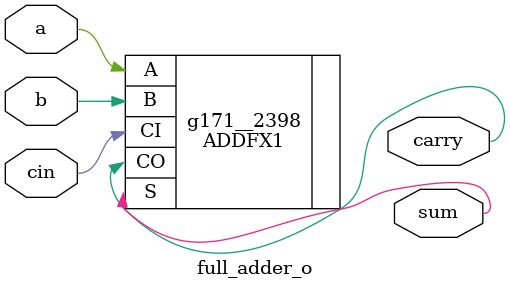
<source format=v>


// Verification Directory fv/full_adder_o 

module full_adder_o(a, b, cin, sum, carry);
  input a, b, cin;
  output sum, carry;
  wire a, b, cin;
  wire sum, carry;
  ADDFX1 g171__2398(.A (a), .B (b), .CI (cin), .CO (carry), .S (sum));
endmodule


</source>
